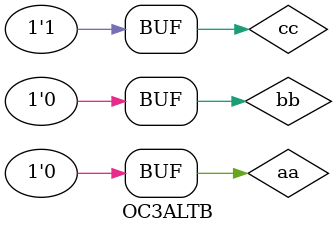
<source format=v>
`timescale 1ns/1ns

module OC3ALTB ();
  reg aa,bb,cc;
  wire as0,as1,sl0,sl1,gl0,gl1;
  OC3AL uut (aa,bb,cc,as0,as1);
  OC3SL uut2 (aa,bb,cc,sl0,sl1);
  OC3GL uut3 (aa,bb,cc,gl0,gl1);
  initial begin
    aa = 0;
    bb = 0;
    cc = 0;
    #150 aa = 1;
    #50 bb = 1;
    #50 aa = 0;
    #50 cc = 1;
    #50 aa = 1;
    #50 bb = 0;
    #50 aa = 0;
  end
endmodule
</source>
